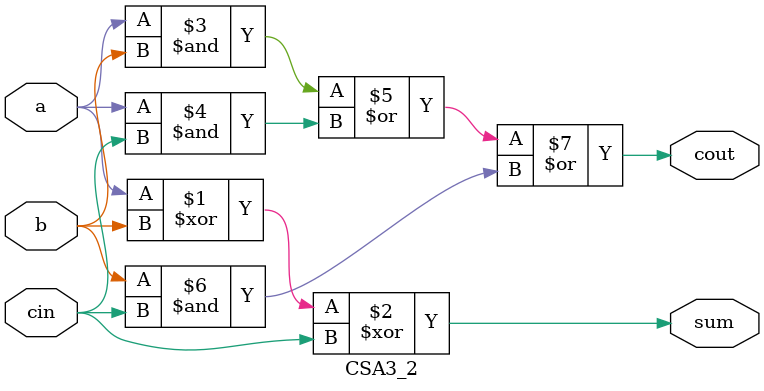
<source format=v>

module CSA3_2(
  input a, b, cin, 
  output sum, cout
);

  assign	sum = a ^ b ^ cin;
  assign 	cout = (a & b) | (a & cin) | (b & cin);

endmodule

</source>
